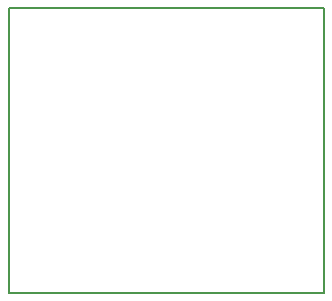
<source format=gm1>
G04 #@! TF.FileFunction,Profile,NP*
%FSLAX46Y46*%
G04 Gerber Fmt 4.6, Leading zero omitted, Abs format (unit mm)*
G04 Created by KiCad (PCBNEW 4.0.7) date 07/27/19 18:14:41*
%MOMM*%
%LPD*%
G01*
G04 APERTURE LIST*
%ADD10C,0.100000*%
%ADD11C,0.150000*%
G04 APERTURE END LIST*
D10*
D11*
X166370000Y-100330000D02*
X139700000Y-100330000D01*
X166370000Y-124460000D02*
X166370000Y-100330000D01*
X139700000Y-124460000D02*
X166370000Y-124460000D01*
X139700000Y-100330000D02*
X139700000Y-124460000D01*
M02*

</source>
